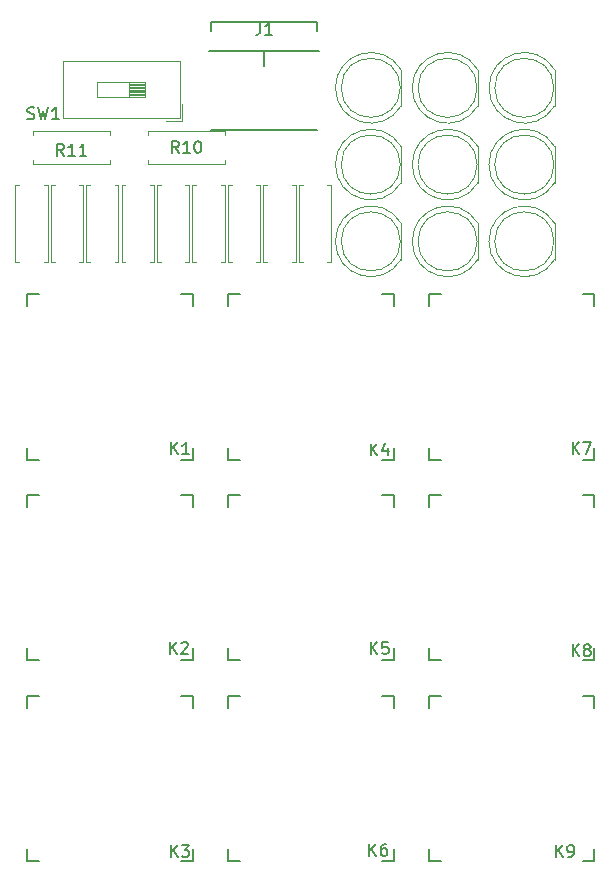
<source format=gbr>
G04 #@! TF.GenerationSoftware,KiCad,Pcbnew,(5.1.0)-1*
G04 #@! TF.CreationDate,2020-10-11T13:47:29-04:00*
G04 #@! TF.ProjectId,switch_tester,73776974-6368-45f7-9465-737465722e6b,rev?*
G04 #@! TF.SameCoordinates,Original*
G04 #@! TF.FileFunction,Legend,Top*
G04 #@! TF.FilePolarity,Positive*
%FSLAX46Y46*%
G04 Gerber Fmt 4.6, Leading zero omitted, Abs format (unit mm)*
G04 Created by KiCad (PCBNEW (5.1.0)-1) date 2020-10-11 13:47:29*
%MOMM*%
%LPD*%
G04 APERTURE LIST*
%ADD10C,0.150000*%
%ADD11C,0.120000*%
G04 APERTURE END LIST*
D10*
X100000000Y-99000000D02*
X100000000Y-98000000D01*
X101000000Y-85000000D02*
X100000000Y-85000000D01*
X100000000Y-99000000D02*
X101000000Y-99000000D01*
X100000000Y-86000000D02*
X100000000Y-85000000D01*
X114000000Y-85000000D02*
X114000000Y-86000000D01*
X113000000Y-99000000D02*
X114000000Y-99000000D01*
X114000000Y-85000000D02*
X113000000Y-85000000D01*
X114000000Y-98000000D02*
X114000000Y-99000000D01*
X100000000Y-82000000D02*
X100000000Y-81000000D01*
X101000000Y-68000000D02*
X100000000Y-68000000D01*
X100000000Y-82000000D02*
X101000000Y-82000000D01*
X100000000Y-69000000D02*
X100000000Y-68000000D01*
X114000000Y-68000000D02*
X114000000Y-69000000D01*
X113000000Y-82000000D02*
X114000000Y-82000000D01*
X114000000Y-68000000D02*
X113000000Y-68000000D01*
X114000000Y-81000000D02*
X114000000Y-82000000D01*
X100000000Y-65000000D02*
X100000000Y-64000000D01*
X101000000Y-51000000D02*
X100000000Y-51000000D01*
X100000000Y-65000000D02*
X101000000Y-65000000D01*
X100000000Y-52000000D02*
X100000000Y-51000000D01*
X114000000Y-51000000D02*
X114000000Y-52000000D01*
X113000000Y-65000000D02*
X114000000Y-65000000D01*
X114000000Y-51000000D02*
X113000000Y-51000000D01*
X114000000Y-64000000D02*
X114000000Y-65000000D01*
X83000000Y-99000000D02*
X83000000Y-98000000D01*
X84000000Y-85000000D02*
X83000000Y-85000000D01*
X83000000Y-99000000D02*
X84000000Y-99000000D01*
X83000000Y-86000000D02*
X83000000Y-85000000D01*
X97000000Y-85000000D02*
X97000000Y-86000000D01*
X96000000Y-99000000D02*
X97000000Y-99000000D01*
X97000000Y-85000000D02*
X96000000Y-85000000D01*
X97000000Y-98000000D02*
X97000000Y-99000000D01*
X83000000Y-82000000D02*
X83000000Y-81000000D01*
X84000000Y-68000000D02*
X83000000Y-68000000D01*
X83000000Y-82000000D02*
X84000000Y-82000000D01*
X83000000Y-69000000D02*
X83000000Y-68000000D01*
X97000000Y-68000000D02*
X97000000Y-69000000D01*
X96000000Y-82000000D02*
X97000000Y-82000000D01*
X97000000Y-68000000D02*
X96000000Y-68000000D01*
X97000000Y-81000000D02*
X97000000Y-82000000D01*
X83000000Y-65000000D02*
X83000000Y-64000000D01*
X84000000Y-51000000D02*
X83000000Y-51000000D01*
X83000000Y-65000000D02*
X84000000Y-65000000D01*
X83000000Y-52000000D02*
X83000000Y-51000000D01*
X97000000Y-51000000D02*
X97000000Y-52000000D01*
X96000000Y-65000000D02*
X97000000Y-65000000D01*
X97000000Y-51000000D02*
X96000000Y-51000000D01*
X97000000Y-64000000D02*
X97000000Y-65000000D01*
X66000000Y-99000000D02*
X66000000Y-98000000D01*
X67000000Y-85000000D02*
X66000000Y-85000000D01*
X66000000Y-99000000D02*
X67000000Y-99000000D01*
X66000000Y-86000000D02*
X66000000Y-85000000D01*
X80000000Y-85000000D02*
X80000000Y-86000000D01*
X79000000Y-99000000D02*
X80000000Y-99000000D01*
X80000000Y-85000000D02*
X79000000Y-85000000D01*
X80000000Y-98000000D02*
X80000000Y-99000000D01*
X66000000Y-82000000D02*
X66000000Y-81000000D01*
X67000000Y-68000000D02*
X66000000Y-68000000D01*
X66000000Y-82000000D02*
X67000000Y-82000000D01*
X66000000Y-69000000D02*
X66000000Y-68000000D01*
X80000000Y-68000000D02*
X80000000Y-69000000D01*
X79000000Y-82000000D02*
X80000000Y-82000000D01*
X80000000Y-68000000D02*
X79000000Y-68000000D01*
X80000000Y-81000000D02*
X80000000Y-82000000D01*
X66000000Y-65000000D02*
X66000000Y-64000000D01*
X67000000Y-51000000D02*
X66000000Y-51000000D01*
X66000000Y-65000000D02*
X67000000Y-65000000D01*
X66000000Y-52000000D02*
X66000000Y-51000000D01*
X80000000Y-51000000D02*
X80000000Y-52000000D01*
X79000000Y-65000000D02*
X80000000Y-65000000D01*
X80000000Y-51000000D02*
X79000000Y-51000000D01*
X80000000Y-64000000D02*
X80000000Y-65000000D01*
D11*
X110630000Y-35075000D02*
X110630000Y-31985000D01*
X110570000Y-33530000D02*
G75*
G03X110570000Y-33530000I-2500000J0D01*
G01*
X105080000Y-33530462D02*
G75*
G02X110630000Y-31985170I2990000J462D01*
G01*
X105080000Y-33529538D02*
G75*
G03X110630000Y-35074830I2990000J-462D01*
G01*
X66460000Y-37220000D02*
X66460000Y-37550000D01*
X73000000Y-37220000D02*
X66460000Y-37220000D01*
X73000000Y-37550000D02*
X73000000Y-37220000D01*
X66460000Y-39960000D02*
X66460000Y-39630000D01*
X73000000Y-39960000D02*
X66460000Y-39960000D01*
X73000000Y-39630000D02*
X73000000Y-39960000D01*
X82720000Y-39960000D02*
X82720000Y-39630000D01*
X76180000Y-39960000D02*
X82720000Y-39960000D01*
X76180000Y-39630000D02*
X76180000Y-39960000D01*
X82720000Y-37220000D02*
X82720000Y-37550000D01*
X76180000Y-37220000D02*
X82720000Y-37220000D01*
X76180000Y-37550000D02*
X76180000Y-37220000D01*
D10*
X90665000Y-30450000D02*
X81415000Y-30450000D01*
X90515000Y-37110000D02*
X81565000Y-37110000D01*
X81560000Y-28700000D02*
X81565000Y-27940000D01*
X90515000Y-27940000D02*
X81565000Y-27940000D01*
X90515000Y-27940000D02*
X90520000Y-28700000D01*
X86040000Y-30450000D02*
X86040000Y-31720000D01*
D11*
X110630000Y-48075000D02*
X110630000Y-44985000D01*
X110570000Y-46530000D02*
G75*
G03X110570000Y-46530000I-2500000J0D01*
G01*
X105080000Y-46530462D02*
G75*
G02X110630000Y-44985170I2990000J462D01*
G01*
X105080000Y-46529538D02*
G75*
G03X110630000Y-48074830I2990000J-462D01*
G01*
X74606667Y-34275000D02*
X74606667Y-33005000D01*
X75960000Y-33075000D02*
X74606667Y-33075000D01*
X75960000Y-33195000D02*
X74606667Y-33195000D01*
X75960000Y-33315000D02*
X74606667Y-33315000D01*
X75960000Y-33435000D02*
X74606667Y-33435000D01*
X75960000Y-33555000D02*
X74606667Y-33555000D01*
X75960000Y-33675000D02*
X74606667Y-33675000D01*
X75960000Y-33795000D02*
X74606667Y-33795000D01*
X75960000Y-33915000D02*
X74606667Y-33915000D01*
X75960000Y-34035000D02*
X74606667Y-34035000D01*
X75960000Y-34155000D02*
X74606667Y-34155000D01*
X71900000Y-34275000D02*
X75960000Y-34275000D01*
X71900000Y-33005000D02*
X71900000Y-34275000D01*
X75960000Y-33005000D02*
X71900000Y-33005000D01*
X75960000Y-34275000D02*
X75960000Y-33005000D01*
X79120000Y-36300000D02*
X79120000Y-34917000D01*
X79120000Y-36300000D02*
X77736000Y-36300000D01*
X68980000Y-36060000D02*
X68980000Y-31220000D01*
X78880000Y-36060000D02*
X78880000Y-31220000D01*
X78880000Y-31220000D02*
X68980000Y-31220000D01*
X78880000Y-36060000D02*
X68980000Y-36060000D01*
X91710000Y-41740000D02*
X91380000Y-41740000D01*
X91710000Y-48280000D02*
X91710000Y-41740000D01*
X91380000Y-48280000D02*
X91710000Y-48280000D01*
X88970000Y-41740000D02*
X89300000Y-41740000D01*
X88970000Y-48280000D02*
X88970000Y-41740000D01*
X89300000Y-48280000D02*
X88970000Y-48280000D01*
X88710000Y-41740000D02*
X88380000Y-41740000D01*
X88710000Y-48280000D02*
X88710000Y-41740000D01*
X88380000Y-48280000D02*
X88710000Y-48280000D01*
X85970000Y-41740000D02*
X86300000Y-41740000D01*
X85970000Y-48280000D02*
X85970000Y-41740000D01*
X86300000Y-48280000D02*
X85970000Y-48280000D01*
X85710000Y-41740000D02*
X85380000Y-41740000D01*
X85710000Y-48280000D02*
X85710000Y-41740000D01*
X85380000Y-48280000D02*
X85710000Y-48280000D01*
X82970000Y-41740000D02*
X83300000Y-41740000D01*
X82970000Y-48280000D02*
X82970000Y-41740000D01*
X83300000Y-48280000D02*
X82970000Y-48280000D01*
X82710000Y-41740000D02*
X82380000Y-41740000D01*
X82710000Y-48280000D02*
X82710000Y-41740000D01*
X82380000Y-48280000D02*
X82710000Y-48280000D01*
X79970000Y-41740000D02*
X80300000Y-41740000D01*
X79970000Y-48280000D02*
X79970000Y-41740000D01*
X80300000Y-48280000D02*
X79970000Y-48280000D01*
X79710000Y-41740000D02*
X79380000Y-41740000D01*
X79710000Y-48280000D02*
X79710000Y-41740000D01*
X79380000Y-48280000D02*
X79710000Y-48280000D01*
X76970000Y-41740000D02*
X77300000Y-41740000D01*
X76970000Y-48280000D02*
X76970000Y-41740000D01*
X77300000Y-48280000D02*
X76970000Y-48280000D01*
X76710000Y-41740000D02*
X76380000Y-41740000D01*
X76710000Y-48280000D02*
X76710000Y-41740000D01*
X76380000Y-48280000D02*
X76710000Y-48280000D01*
X73970000Y-41740000D02*
X74300000Y-41740000D01*
X73970000Y-48280000D02*
X73970000Y-41740000D01*
X74300000Y-48280000D02*
X73970000Y-48280000D01*
X73710000Y-41740000D02*
X73380000Y-41740000D01*
X73710000Y-48280000D02*
X73710000Y-41740000D01*
X73380000Y-48280000D02*
X73710000Y-48280000D01*
X70970000Y-41740000D02*
X71300000Y-41740000D01*
X70970000Y-48280000D02*
X70970000Y-41740000D01*
X71300000Y-48280000D02*
X70970000Y-48280000D01*
X70710000Y-41740000D02*
X70380000Y-41740000D01*
X70710000Y-48280000D02*
X70710000Y-41740000D01*
X70380000Y-48280000D02*
X70710000Y-48280000D01*
X67970000Y-41740000D02*
X68300000Y-41740000D01*
X67970000Y-48280000D02*
X67970000Y-41740000D01*
X68300000Y-48280000D02*
X67970000Y-48280000D01*
X67710000Y-41740000D02*
X67380000Y-41740000D01*
X67710000Y-48280000D02*
X67710000Y-41740000D01*
X67380000Y-48280000D02*
X67710000Y-48280000D01*
X64970000Y-41740000D02*
X65300000Y-41740000D01*
X64970000Y-48280000D02*
X64970000Y-41740000D01*
X65300000Y-48280000D02*
X64970000Y-48280000D01*
X110630000Y-41575000D02*
X110630000Y-38485000D01*
X110570000Y-40030000D02*
G75*
G03X110570000Y-40030000I-2500000J0D01*
G01*
X105080000Y-40030462D02*
G75*
G02X110630000Y-38485170I2990000J462D01*
G01*
X105080000Y-40029538D02*
G75*
G03X110630000Y-41574830I2990000J-462D01*
G01*
X104130000Y-48075000D02*
X104130000Y-44985000D01*
X104070000Y-46530000D02*
G75*
G03X104070000Y-46530000I-2500000J0D01*
G01*
X98580000Y-46530462D02*
G75*
G02X104130000Y-44985170I2990000J462D01*
G01*
X98580000Y-46529538D02*
G75*
G03X104130000Y-48074830I2990000J-462D01*
G01*
X104130000Y-41575000D02*
X104130000Y-38485000D01*
X104070000Y-40030000D02*
G75*
G03X104070000Y-40030000I-2500000J0D01*
G01*
X98580000Y-40030462D02*
G75*
G02X104130000Y-38485170I2990000J462D01*
G01*
X98580000Y-40029538D02*
G75*
G03X104130000Y-41574830I2990000J-462D01*
G01*
X104130000Y-35075000D02*
X104130000Y-31985000D01*
X104070000Y-33530000D02*
G75*
G03X104070000Y-33530000I-2500000J0D01*
G01*
X98580000Y-33530462D02*
G75*
G02X104130000Y-31985170I2990000J462D01*
G01*
X98580000Y-33529538D02*
G75*
G03X104130000Y-35074830I2990000J-462D01*
G01*
X97630000Y-48075000D02*
X97630000Y-44985000D01*
X97570000Y-46530000D02*
G75*
G03X97570000Y-46530000I-2500000J0D01*
G01*
X92080000Y-46530462D02*
G75*
G02X97630000Y-44985170I2990000J462D01*
G01*
X92080000Y-46529538D02*
G75*
G03X97630000Y-48074830I2990000J-462D01*
G01*
X97630000Y-41575000D02*
X97630000Y-38485000D01*
X97570000Y-40030000D02*
G75*
G03X97570000Y-40030000I-2500000J0D01*
G01*
X92080000Y-40030462D02*
G75*
G02X97630000Y-38485170I2990000J462D01*
G01*
X92080000Y-40029538D02*
G75*
G03X97630000Y-41574830I2990000J-462D01*
G01*
X97630000Y-35075000D02*
X97630000Y-31985000D01*
X97570000Y-33530000D02*
G75*
G03X97570000Y-33530000I-2500000J0D01*
G01*
X92080000Y-33530462D02*
G75*
G02X97630000Y-31985170I2990000J462D01*
G01*
X92080000Y-33529538D02*
G75*
G03X97630000Y-35074830I2990000J-462D01*
G01*
D10*
X110761904Y-98652380D02*
X110761904Y-97652380D01*
X111333333Y-98652380D02*
X110904761Y-98080952D01*
X111333333Y-97652380D02*
X110761904Y-98223809D01*
X111809523Y-98652380D02*
X112000000Y-98652380D01*
X112095238Y-98604761D01*
X112142857Y-98557142D01*
X112238095Y-98414285D01*
X112285714Y-98223809D01*
X112285714Y-97842857D01*
X112238095Y-97747619D01*
X112190476Y-97700000D01*
X112095238Y-97652380D01*
X111904761Y-97652380D01*
X111809523Y-97700000D01*
X111761904Y-97747619D01*
X111714285Y-97842857D01*
X111714285Y-98080952D01*
X111761904Y-98176190D01*
X111809523Y-98223809D01*
X111904761Y-98271428D01*
X112095238Y-98271428D01*
X112190476Y-98223809D01*
X112238095Y-98176190D01*
X112285714Y-98080952D01*
X112161904Y-81652380D02*
X112161904Y-80652380D01*
X112733333Y-81652380D02*
X112304761Y-81080952D01*
X112733333Y-80652380D02*
X112161904Y-81223809D01*
X113304761Y-81080952D02*
X113209523Y-81033333D01*
X113161904Y-80985714D01*
X113114285Y-80890476D01*
X113114285Y-80842857D01*
X113161904Y-80747619D01*
X113209523Y-80700000D01*
X113304761Y-80652380D01*
X113495238Y-80652380D01*
X113590476Y-80700000D01*
X113638095Y-80747619D01*
X113685714Y-80842857D01*
X113685714Y-80890476D01*
X113638095Y-80985714D01*
X113590476Y-81033333D01*
X113495238Y-81080952D01*
X113304761Y-81080952D01*
X113209523Y-81128571D01*
X113161904Y-81176190D01*
X113114285Y-81271428D01*
X113114285Y-81461904D01*
X113161904Y-81557142D01*
X113209523Y-81604761D01*
X113304761Y-81652380D01*
X113495238Y-81652380D01*
X113590476Y-81604761D01*
X113638095Y-81557142D01*
X113685714Y-81461904D01*
X113685714Y-81271428D01*
X113638095Y-81176190D01*
X113590476Y-81128571D01*
X113495238Y-81080952D01*
X112161904Y-64552380D02*
X112161904Y-63552380D01*
X112733333Y-64552380D02*
X112304761Y-63980952D01*
X112733333Y-63552380D02*
X112161904Y-64123809D01*
X113066666Y-63552380D02*
X113733333Y-63552380D01*
X113304761Y-64552380D01*
X94961904Y-98552380D02*
X94961904Y-97552380D01*
X95533333Y-98552380D02*
X95104761Y-97980952D01*
X95533333Y-97552380D02*
X94961904Y-98123809D01*
X96390476Y-97552380D02*
X96200000Y-97552380D01*
X96104761Y-97600000D01*
X96057142Y-97647619D01*
X95961904Y-97790476D01*
X95914285Y-97980952D01*
X95914285Y-98361904D01*
X95961904Y-98457142D01*
X96009523Y-98504761D01*
X96104761Y-98552380D01*
X96295238Y-98552380D01*
X96390476Y-98504761D01*
X96438095Y-98457142D01*
X96485714Y-98361904D01*
X96485714Y-98123809D01*
X96438095Y-98028571D01*
X96390476Y-97980952D01*
X96295238Y-97933333D01*
X96104761Y-97933333D01*
X96009523Y-97980952D01*
X95961904Y-98028571D01*
X95914285Y-98123809D01*
X95061904Y-81452380D02*
X95061904Y-80452380D01*
X95633333Y-81452380D02*
X95204761Y-80880952D01*
X95633333Y-80452380D02*
X95061904Y-81023809D01*
X96538095Y-80452380D02*
X96061904Y-80452380D01*
X96014285Y-80928571D01*
X96061904Y-80880952D01*
X96157142Y-80833333D01*
X96395238Y-80833333D01*
X96490476Y-80880952D01*
X96538095Y-80928571D01*
X96585714Y-81023809D01*
X96585714Y-81261904D01*
X96538095Y-81357142D01*
X96490476Y-81404761D01*
X96395238Y-81452380D01*
X96157142Y-81452380D01*
X96061904Y-81404761D01*
X96014285Y-81357142D01*
X95061904Y-64652380D02*
X95061904Y-63652380D01*
X95633333Y-64652380D02*
X95204761Y-64080952D01*
X95633333Y-63652380D02*
X95061904Y-64223809D01*
X96490476Y-63985714D02*
X96490476Y-64652380D01*
X96252380Y-63604761D02*
X96014285Y-64319047D01*
X96633333Y-64319047D01*
X78161904Y-98652380D02*
X78161904Y-97652380D01*
X78733333Y-98652380D02*
X78304761Y-98080952D01*
X78733333Y-97652380D02*
X78161904Y-98223809D01*
X79066666Y-97652380D02*
X79685714Y-97652380D01*
X79352380Y-98033333D01*
X79495238Y-98033333D01*
X79590476Y-98080952D01*
X79638095Y-98128571D01*
X79685714Y-98223809D01*
X79685714Y-98461904D01*
X79638095Y-98557142D01*
X79590476Y-98604761D01*
X79495238Y-98652380D01*
X79209523Y-98652380D01*
X79114285Y-98604761D01*
X79066666Y-98557142D01*
X78061904Y-81452380D02*
X78061904Y-80452380D01*
X78633333Y-81452380D02*
X78204761Y-80880952D01*
X78633333Y-80452380D02*
X78061904Y-81023809D01*
X79014285Y-80547619D02*
X79061904Y-80500000D01*
X79157142Y-80452380D01*
X79395238Y-80452380D01*
X79490476Y-80500000D01*
X79538095Y-80547619D01*
X79585714Y-80642857D01*
X79585714Y-80738095D01*
X79538095Y-80880952D01*
X78966666Y-81452380D01*
X79585714Y-81452380D01*
X78161904Y-64552380D02*
X78161904Y-63552380D01*
X78733333Y-64552380D02*
X78304761Y-63980952D01*
X78733333Y-63552380D02*
X78161904Y-64123809D01*
X79685714Y-64552380D02*
X79114285Y-64552380D01*
X79400000Y-64552380D02*
X79400000Y-63552380D01*
X79304761Y-63695238D01*
X79209523Y-63790476D01*
X79114285Y-63838095D01*
X69097142Y-39262380D02*
X68763809Y-38786190D01*
X68525714Y-39262380D02*
X68525714Y-38262380D01*
X68906666Y-38262380D01*
X69001904Y-38310000D01*
X69049523Y-38357619D01*
X69097142Y-38452857D01*
X69097142Y-38595714D01*
X69049523Y-38690952D01*
X69001904Y-38738571D01*
X68906666Y-38786190D01*
X68525714Y-38786190D01*
X70049523Y-39262380D02*
X69478095Y-39262380D01*
X69763809Y-39262380D02*
X69763809Y-38262380D01*
X69668571Y-38405238D01*
X69573333Y-38500476D01*
X69478095Y-38548095D01*
X71001904Y-39262380D02*
X70430476Y-39262380D01*
X70716190Y-39262380D02*
X70716190Y-38262380D01*
X70620952Y-38405238D01*
X70525714Y-38500476D01*
X70430476Y-38548095D01*
X78807142Y-39042380D02*
X78473809Y-38566190D01*
X78235714Y-39042380D02*
X78235714Y-38042380D01*
X78616666Y-38042380D01*
X78711904Y-38090000D01*
X78759523Y-38137619D01*
X78807142Y-38232857D01*
X78807142Y-38375714D01*
X78759523Y-38470952D01*
X78711904Y-38518571D01*
X78616666Y-38566190D01*
X78235714Y-38566190D01*
X79759523Y-39042380D02*
X79188095Y-39042380D01*
X79473809Y-39042380D02*
X79473809Y-38042380D01*
X79378571Y-38185238D01*
X79283333Y-38280476D01*
X79188095Y-38328095D01*
X80378571Y-38042380D02*
X80473809Y-38042380D01*
X80569047Y-38090000D01*
X80616666Y-38137619D01*
X80664285Y-38232857D01*
X80711904Y-38423333D01*
X80711904Y-38661428D01*
X80664285Y-38851904D01*
X80616666Y-38947142D01*
X80569047Y-38994761D01*
X80473809Y-39042380D01*
X80378571Y-39042380D01*
X80283333Y-38994761D01*
X80235714Y-38947142D01*
X80188095Y-38851904D01*
X80140476Y-38661428D01*
X80140476Y-38423333D01*
X80188095Y-38232857D01*
X80235714Y-38137619D01*
X80283333Y-38090000D01*
X80378571Y-38042380D01*
X85706666Y-28052380D02*
X85706666Y-28766666D01*
X85659047Y-28909523D01*
X85563809Y-29004761D01*
X85420952Y-29052380D01*
X85325714Y-29052380D01*
X86706666Y-29052380D02*
X86135238Y-29052380D01*
X86420952Y-29052380D02*
X86420952Y-28052380D01*
X86325714Y-28195238D01*
X86230476Y-28290476D01*
X86135238Y-28338095D01*
X66006666Y-36134761D02*
X66149523Y-36182380D01*
X66387619Y-36182380D01*
X66482857Y-36134761D01*
X66530476Y-36087142D01*
X66578095Y-35991904D01*
X66578095Y-35896666D01*
X66530476Y-35801428D01*
X66482857Y-35753809D01*
X66387619Y-35706190D01*
X66197142Y-35658571D01*
X66101904Y-35610952D01*
X66054285Y-35563333D01*
X66006666Y-35468095D01*
X66006666Y-35372857D01*
X66054285Y-35277619D01*
X66101904Y-35230000D01*
X66197142Y-35182380D01*
X66435238Y-35182380D01*
X66578095Y-35230000D01*
X66911428Y-35182380D02*
X67149523Y-36182380D01*
X67340000Y-35468095D01*
X67530476Y-36182380D01*
X67768571Y-35182380D01*
X68673333Y-36182380D02*
X68101904Y-36182380D01*
X68387619Y-36182380D02*
X68387619Y-35182380D01*
X68292380Y-35325238D01*
X68197142Y-35420476D01*
X68101904Y-35468095D01*
M02*

</source>
